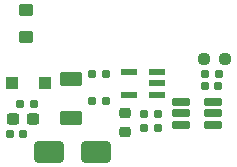
<source format=gbr>
G04 #@! TF.GenerationSoftware,KiCad,Pcbnew,8.0.8*
G04 #@! TF.CreationDate,2025-05-11T18:19:19+03:00*
G04 #@! TF.ProjectId,TP5410_eval_board,54503534-3130-45f6-9576-616c5f626f61,rev?*
G04 #@! TF.SameCoordinates,Original*
G04 #@! TF.FileFunction,Paste,Bot*
G04 #@! TF.FilePolarity,Positive*
%FSLAX46Y46*%
G04 Gerber Fmt 4.6, Leading zero omitted, Abs format (unit mm)*
G04 Created by KiCad (PCBNEW 8.0.8) date 2025-05-11 18:19:19*
%MOMM*%
%LPD*%
G01*
G04 APERTURE LIST*
G04 Aperture macros list*
%AMRoundRect*
0 Rectangle with rounded corners*
0 $1 Rounding radius*
0 $2 $3 $4 $5 $6 $7 $8 $9 X,Y pos of 4 corners*
0 Add a 4 corners polygon primitive as box body*
4,1,4,$2,$3,$4,$5,$6,$7,$8,$9,$2,$3,0*
0 Add four circle primitives for the rounded corners*
1,1,$1+$1,$2,$3*
1,1,$1+$1,$4,$5*
1,1,$1+$1,$6,$7*
1,1,$1+$1,$8,$9*
0 Add four rect primitives between the rounded corners*
20,1,$1+$1,$2,$3,$4,$5,0*
20,1,$1+$1,$4,$5,$6,$7,0*
20,1,$1+$1,$6,$7,$8,$9,0*
20,1,$1+$1,$8,$9,$2,$3,0*%
G04 Aperture macros list end*
%ADD10RoundRect,0.250000X-0.350000X0.275000X-0.350000X-0.275000X0.350000X-0.275000X0.350000X0.275000X0*%
%ADD11RoundRect,0.155000X-0.155000X0.212500X-0.155000X-0.212500X0.155000X-0.212500X0.155000X0.212500X0*%
%ADD12RoundRect,0.250000X0.300000X0.300000X-0.300000X0.300000X-0.300000X-0.300000X0.300000X-0.300000X0*%
%ADD13RoundRect,0.250000X-0.700000X0.362500X-0.700000X-0.362500X0.700000X-0.362500X0.700000X0.362500X0*%
%ADD14RoundRect,0.155000X0.212500X0.155000X-0.212500X0.155000X-0.212500X-0.155000X0.212500X-0.155000X0*%
%ADD15RoundRect,0.160000X-0.197500X-0.160000X0.197500X-0.160000X0.197500X0.160000X-0.197500X0.160000X0*%
%ADD16RoundRect,0.160000X0.197500X0.160000X-0.197500X0.160000X-0.197500X-0.160000X0.197500X-0.160000X0*%
%ADD17RoundRect,0.250000X1.000000X0.650000X-1.000000X0.650000X-1.000000X-0.650000X1.000000X-0.650000X0*%
%ADD18RoundRect,0.237500X0.300000X0.237500X-0.300000X0.237500X-0.300000X-0.237500X0.300000X-0.237500X0*%
%ADD19RoundRect,0.162500X0.617500X0.162500X-0.617500X0.162500X-0.617500X-0.162500X0.617500X-0.162500X0*%
%ADD20RoundRect,0.237500X-0.250000X-0.237500X0.250000X-0.237500X0.250000X0.237500X-0.250000X0.237500X0*%
%ADD21RoundRect,0.225000X-0.250000X0.225000X-0.250000X-0.225000X0.250000X-0.225000X0.250000X0.225000X0*%
%ADD22RoundRect,0.059000X-0.626000X0.236000X-0.626000X-0.236000X0.626000X-0.236000X0.626000X0.236000X0*%
G04 APERTURE END LIST*
D10*
X-7620000Y-3930000D03*
X-7620000Y-6230000D03*
D11*
X2413000Y-12767500D03*
X2413000Y-13902500D03*
D12*
X-5966000Y-10160000D03*
X-8766000Y-10160000D03*
D13*
X-3810000Y-9767500D03*
X-3810000Y-13092500D03*
D14*
X-6925500Y-11938000D03*
X-8060500Y-11938000D03*
D15*
X-1994500Y-11684000D03*
X-799500Y-11684000D03*
D16*
X8725500Y-9398000D03*
X7530500Y-9398000D03*
D17*
X-1683000Y-16002000D03*
X-5683000Y-16002000D03*
D14*
X8695500Y-10414000D03*
X7560500Y-10414000D03*
D18*
X-7011500Y-13208000D03*
X-8736500Y-13208000D03*
D19*
X8269500Y-11748000D03*
X8269500Y-12698000D03*
X8269500Y-13648000D03*
X5569500Y-13648000D03*
X5569500Y-12698000D03*
X5569500Y-11748000D03*
D20*
X7469500Y-8128000D03*
X9294500Y-8128000D03*
D21*
X762000Y-12687000D03*
X762000Y-14237000D03*
D14*
X-7814500Y-14478000D03*
X-8949500Y-14478000D03*
D22*
X3461000Y-9210000D03*
X3461000Y-10160000D03*
X3461000Y-11110000D03*
X1111000Y-11110000D03*
X1111000Y-9210000D03*
D11*
X3556000Y-12767500D03*
X3556000Y-13902500D03*
D15*
X-1994500Y-9398000D03*
X-799500Y-9398000D03*
M02*

</source>
